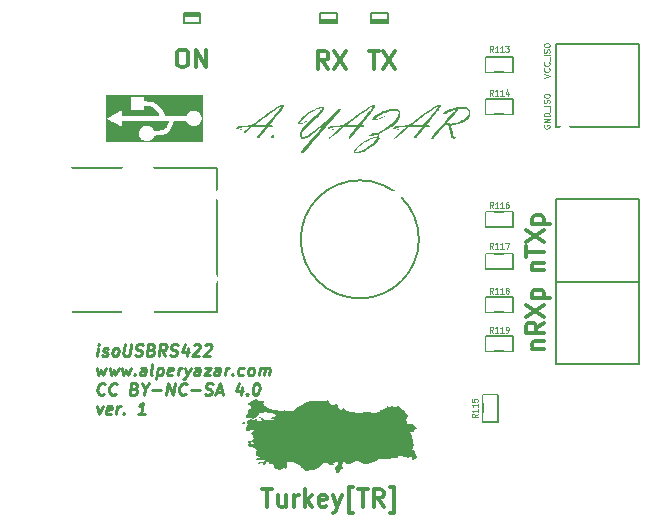
<source format=gto>
G04 (created by PCBNEW (2013-07-07 BZR 4022)-stable) date 18.12.2014 21:12:36*
%MOIN*%
G04 Gerber Fmt 3.4, Leading zero omitted, Abs format*
%FSLAX34Y34*%
G01*
G70*
G90*
G04 APERTURE LIST*
%ADD10C,0.00590551*%
%ADD11C,0.011811*%
%ADD12C,0.00787402*%
%ADD13C,0.00492126*%
%ADD14C,0.00984252*%
%ADD15C,0.005*%
%ADD16C,0.0001*%
%ADD17C,0.0045*%
%ADD18C,0.06*%
%ADD19C,0.1063*%
%ADD20R,0.025X0.045*%
%ADD21R,0.045X0.025*%
%ADD22C,0.09*%
%ADD23R,0.0590551X0.0590551*%
%ADD24C,0.110236*%
%ADD25C,0.035*%
%ADD26C,0.01*%
G04 APERTURE END LIST*
G54D10*
G54D11*
X6450Y1551D02*
X6787Y1551D01*
X6619Y960D02*
X6619Y1551D01*
X7237Y1354D02*
X7237Y960D01*
X6984Y1354D02*
X6984Y1045D01*
X7012Y989D01*
X7068Y960D01*
X7153Y960D01*
X7209Y989D01*
X7237Y1017D01*
X7518Y960D02*
X7518Y1354D01*
X7518Y1242D02*
X7547Y1298D01*
X7575Y1326D01*
X7631Y1354D01*
X7687Y1354D01*
X7884Y960D02*
X7884Y1551D01*
X7940Y1185D02*
X8109Y960D01*
X8109Y1354D02*
X7884Y1129D01*
X8587Y989D02*
X8531Y960D01*
X8418Y960D01*
X8362Y989D01*
X8334Y1045D01*
X8334Y1270D01*
X8362Y1326D01*
X8418Y1354D01*
X8531Y1354D01*
X8587Y1326D01*
X8615Y1270D01*
X8615Y1214D01*
X8334Y1157D01*
X8812Y1354D02*
X8953Y960D01*
X9093Y1354D02*
X8953Y960D01*
X8896Y820D01*
X8868Y792D01*
X8812Y764D01*
X9487Y764D02*
X9346Y764D01*
X9346Y1607D01*
X9487Y1607D01*
X9628Y1551D02*
X9965Y1551D01*
X9796Y960D02*
X9796Y1551D01*
X10499Y960D02*
X10302Y1242D01*
X10162Y960D02*
X10162Y1551D01*
X10387Y1551D01*
X10443Y1523D01*
X10471Y1495D01*
X10499Y1439D01*
X10499Y1354D01*
X10471Y1298D01*
X10443Y1270D01*
X10387Y1242D01*
X10162Y1242D01*
X10696Y764D02*
X10837Y764D01*
X10837Y1607D01*
X10696Y1607D01*
G54D12*
X11666Y9875D02*
G75*
G03X11666Y9875I-1968J0D01*
G74*
G01*
G54D13*
X15832Y15268D02*
X16029Y15334D01*
X15832Y15400D01*
X16010Y15578D02*
X16020Y15568D01*
X16029Y15540D01*
X16029Y15521D01*
X16020Y15493D01*
X16001Y15475D01*
X15982Y15465D01*
X15945Y15456D01*
X15917Y15456D01*
X15879Y15465D01*
X15860Y15475D01*
X15842Y15493D01*
X15832Y15521D01*
X15832Y15540D01*
X15842Y15568D01*
X15851Y15578D01*
X16010Y15775D02*
X16020Y15765D01*
X16029Y15737D01*
X16029Y15718D01*
X16020Y15690D01*
X16001Y15671D01*
X15982Y15662D01*
X15945Y15653D01*
X15917Y15653D01*
X15879Y15662D01*
X15860Y15671D01*
X15842Y15690D01*
X15832Y15718D01*
X15832Y15737D01*
X15842Y15765D01*
X15851Y15775D01*
X16048Y15812D02*
X16048Y15962D01*
X16029Y16009D02*
X15832Y16009D01*
X16020Y16093D02*
X16029Y16121D01*
X16029Y16168D01*
X16020Y16187D01*
X16010Y16196D01*
X15992Y16206D01*
X15973Y16206D01*
X15954Y16196D01*
X15945Y16187D01*
X15935Y16168D01*
X15926Y16131D01*
X15917Y16112D01*
X15907Y16103D01*
X15889Y16093D01*
X15870Y16093D01*
X15851Y16103D01*
X15842Y16112D01*
X15832Y16131D01*
X15832Y16178D01*
X15842Y16206D01*
X15832Y16328D02*
X15832Y16365D01*
X15842Y16384D01*
X15860Y16403D01*
X15898Y16412D01*
X15964Y16412D01*
X16001Y16403D01*
X16020Y16384D01*
X16029Y16365D01*
X16029Y16328D01*
X16020Y16309D01*
X16001Y16290D01*
X15964Y16281D01*
X15898Y16281D01*
X15860Y16290D01*
X15842Y16309D01*
X15832Y16328D01*
X15842Y13681D02*
X15832Y13662D01*
X15832Y13634D01*
X15842Y13606D01*
X15860Y13587D01*
X15879Y13578D01*
X15917Y13568D01*
X15945Y13568D01*
X15982Y13578D01*
X16001Y13587D01*
X16020Y13606D01*
X16029Y13634D01*
X16029Y13653D01*
X16020Y13681D01*
X16010Y13690D01*
X15945Y13690D01*
X15945Y13653D01*
X16029Y13775D02*
X15832Y13775D01*
X16029Y13887D01*
X15832Y13887D01*
X16029Y13981D02*
X15832Y13981D01*
X15832Y14028D01*
X15842Y14056D01*
X15860Y14075D01*
X15879Y14084D01*
X15917Y14093D01*
X15945Y14093D01*
X15982Y14084D01*
X16001Y14075D01*
X16020Y14056D01*
X16029Y14028D01*
X16029Y13981D01*
X16048Y14131D02*
X16048Y14281D01*
X16029Y14328D02*
X15832Y14328D01*
X16020Y14412D02*
X16029Y14440D01*
X16029Y14487D01*
X16020Y14506D01*
X16010Y14515D01*
X15992Y14524D01*
X15973Y14524D01*
X15954Y14515D01*
X15945Y14506D01*
X15935Y14487D01*
X15926Y14449D01*
X15917Y14431D01*
X15907Y14421D01*
X15889Y14412D01*
X15870Y14412D01*
X15851Y14421D01*
X15842Y14431D01*
X15832Y14449D01*
X15832Y14496D01*
X15842Y14524D01*
X15832Y14646D02*
X15832Y14684D01*
X15842Y14703D01*
X15860Y14721D01*
X15898Y14731D01*
X15964Y14731D01*
X16001Y14721D01*
X16020Y14703D01*
X16029Y14684D01*
X16029Y14646D01*
X16020Y14628D01*
X16001Y14609D01*
X15964Y14599D01*
X15898Y14599D01*
X15860Y14609D01*
X15842Y14628D01*
X15832Y14646D01*
G54D11*
X15445Y6229D02*
X15839Y6229D01*
X15501Y6229D02*
X15473Y6257D01*
X15445Y6314D01*
X15445Y6398D01*
X15473Y6454D01*
X15529Y6482D01*
X15839Y6482D01*
X15839Y7101D02*
X15557Y6904D01*
X15839Y6764D02*
X15248Y6764D01*
X15248Y6989D01*
X15276Y7045D01*
X15304Y7073D01*
X15360Y7101D01*
X15445Y7101D01*
X15501Y7073D01*
X15529Y7045D01*
X15557Y6989D01*
X15557Y6764D01*
X15248Y7298D02*
X15839Y7692D01*
X15248Y7692D02*
X15839Y7298D01*
X15445Y7917D02*
X16035Y7917D01*
X15473Y7917D02*
X15445Y7973D01*
X15445Y8085D01*
X15473Y8142D01*
X15501Y8170D01*
X15557Y8198D01*
X15726Y8198D01*
X15782Y8170D01*
X15810Y8142D01*
X15839Y8085D01*
X15839Y7973D01*
X15810Y7917D01*
X15445Y8850D02*
X15839Y8850D01*
X15501Y8850D02*
X15473Y8878D01*
X15445Y8934D01*
X15445Y9018D01*
X15473Y9075D01*
X15529Y9103D01*
X15839Y9103D01*
X15248Y9300D02*
X15248Y9637D01*
X15839Y9468D02*
X15248Y9468D01*
X15248Y9778D02*
X15839Y10171D01*
X15248Y10171D02*
X15839Y9778D01*
X15445Y10396D02*
X16035Y10396D01*
X15473Y10396D02*
X15445Y10453D01*
X15445Y10565D01*
X15473Y10621D01*
X15501Y10649D01*
X15557Y10678D01*
X15726Y10678D01*
X15782Y10649D01*
X15810Y10621D01*
X15839Y10565D01*
X15839Y10453D01*
X15810Y10396D01*
X10000Y16151D02*
X10337Y16151D01*
X10168Y15560D02*
X10168Y16151D01*
X10478Y16151D02*
X10871Y15560D01*
X10871Y16151D02*
X10478Y15560D01*
X8651Y15560D02*
X8454Y15842D01*
X8314Y15560D02*
X8314Y16151D01*
X8539Y16151D01*
X8595Y16123D01*
X8623Y16095D01*
X8651Y16039D01*
X8651Y15954D01*
X8623Y15898D01*
X8595Y15870D01*
X8539Y15842D01*
X8314Y15842D01*
X8848Y16151D02*
X9242Y15560D01*
X9242Y16151D02*
X8848Y15560D01*
X3734Y16201D02*
X3846Y16201D01*
X3903Y16173D01*
X3959Y16117D01*
X3987Y16004D01*
X3987Y15807D01*
X3959Y15695D01*
X3903Y15639D01*
X3846Y15610D01*
X3734Y15610D01*
X3678Y15639D01*
X3621Y15695D01*
X3593Y15807D01*
X3593Y16004D01*
X3621Y16117D01*
X3678Y16173D01*
X3734Y16201D01*
X4240Y15610D02*
X4240Y16201D01*
X4578Y15610D01*
X4578Y16201D01*
G54D14*
X948Y5990D02*
X981Y6253D01*
X997Y6384D02*
X976Y6365D01*
X992Y6346D01*
X1014Y6365D01*
X997Y6384D01*
X992Y6346D01*
X1119Y6009D02*
X1154Y5990D01*
X1229Y5990D01*
X1269Y6009D01*
X1292Y6046D01*
X1295Y6065D01*
X1281Y6103D01*
X1246Y6121D01*
X1189Y6121D01*
X1154Y6140D01*
X1140Y6178D01*
X1142Y6196D01*
X1166Y6234D01*
X1206Y6253D01*
X1262Y6253D01*
X1297Y6234D01*
X1510Y5990D02*
X1475Y6009D01*
X1459Y6028D01*
X1445Y6065D01*
X1459Y6178D01*
X1482Y6215D01*
X1503Y6234D01*
X1543Y6253D01*
X1599Y6253D01*
X1635Y6234D01*
X1651Y6215D01*
X1665Y6178D01*
X1651Y6065D01*
X1628Y6028D01*
X1606Y6009D01*
X1567Y5990D01*
X1510Y5990D01*
X1860Y6384D02*
X1820Y6065D01*
X1834Y6028D01*
X1850Y6009D01*
X1885Y5990D01*
X1960Y5990D01*
X2000Y6009D01*
X2021Y6028D01*
X2045Y6065D01*
X2085Y6384D01*
X2206Y6009D02*
X2260Y5990D01*
X2354Y5990D01*
X2394Y6009D01*
X2415Y6028D01*
X2438Y6065D01*
X2443Y6103D01*
X2429Y6140D01*
X2413Y6159D01*
X2377Y6178D01*
X2305Y6196D01*
X2270Y6215D01*
X2253Y6234D01*
X2239Y6271D01*
X2244Y6309D01*
X2267Y6346D01*
X2288Y6365D01*
X2328Y6384D01*
X2422Y6384D01*
X2476Y6365D01*
X2755Y6196D02*
X2809Y6178D01*
X2825Y6159D01*
X2839Y6121D01*
X2832Y6065D01*
X2809Y6028D01*
X2788Y6009D01*
X2748Y5990D01*
X2598Y5990D01*
X2647Y6384D01*
X2778Y6384D01*
X2813Y6365D01*
X2830Y6346D01*
X2844Y6309D01*
X2839Y6271D01*
X2816Y6234D01*
X2795Y6215D01*
X2755Y6196D01*
X2623Y6196D01*
X3216Y5990D02*
X3109Y6178D01*
X2991Y5990D02*
X3041Y6384D01*
X3191Y6384D01*
X3226Y6365D01*
X3242Y6346D01*
X3256Y6309D01*
X3249Y6253D01*
X3226Y6215D01*
X3205Y6196D01*
X3165Y6178D01*
X3015Y6178D01*
X3369Y6009D02*
X3423Y5990D01*
X3516Y5990D01*
X3556Y6009D01*
X3577Y6028D01*
X3601Y6065D01*
X3605Y6103D01*
X3591Y6140D01*
X3575Y6159D01*
X3540Y6178D01*
X3467Y6196D01*
X3432Y6215D01*
X3416Y6234D01*
X3402Y6271D01*
X3406Y6309D01*
X3430Y6346D01*
X3451Y6365D01*
X3491Y6384D01*
X3584Y6384D01*
X3638Y6365D01*
X3962Y6253D02*
X3929Y5990D01*
X3887Y6403D02*
X3758Y6121D01*
X4001Y6121D01*
X4161Y6346D02*
X4182Y6365D01*
X4222Y6384D01*
X4315Y6384D01*
X4351Y6365D01*
X4367Y6346D01*
X4381Y6309D01*
X4376Y6271D01*
X4351Y6215D01*
X4098Y5990D01*
X4341Y5990D01*
X4536Y6346D02*
X4557Y6365D01*
X4597Y6384D01*
X4690Y6384D01*
X4726Y6365D01*
X4742Y6346D01*
X4756Y6309D01*
X4751Y6271D01*
X4726Y6215D01*
X4472Y5990D01*
X4716Y5990D01*
X943Y5603D02*
X985Y5341D01*
X1084Y5528D01*
X1135Y5341D01*
X1243Y5603D01*
X1356Y5603D02*
X1398Y5341D01*
X1496Y5528D01*
X1548Y5341D01*
X1656Y5603D01*
X1768Y5603D02*
X1810Y5341D01*
X1909Y5528D01*
X1960Y5341D01*
X2068Y5603D01*
X2190Y5378D02*
X2206Y5359D01*
X2185Y5341D01*
X2169Y5359D01*
X2190Y5378D01*
X2185Y5341D01*
X2541Y5341D02*
X2567Y5547D01*
X2553Y5584D01*
X2518Y5603D01*
X2443Y5603D01*
X2403Y5584D01*
X2544Y5359D02*
X2504Y5341D01*
X2410Y5341D01*
X2375Y5359D01*
X2361Y5397D01*
X2366Y5434D01*
X2389Y5472D01*
X2429Y5491D01*
X2523Y5491D01*
X2563Y5509D01*
X2785Y5341D02*
X2750Y5359D01*
X2736Y5397D01*
X2778Y5734D01*
X2968Y5603D02*
X2919Y5209D01*
X2966Y5584D02*
X3005Y5603D01*
X3080Y5603D01*
X3116Y5584D01*
X3132Y5566D01*
X3146Y5528D01*
X3132Y5416D01*
X3109Y5378D01*
X3088Y5359D01*
X3048Y5341D01*
X2973Y5341D01*
X2938Y5359D01*
X3444Y5359D02*
X3404Y5341D01*
X3329Y5341D01*
X3294Y5359D01*
X3280Y5397D01*
X3298Y5547D01*
X3322Y5584D01*
X3362Y5603D01*
X3437Y5603D01*
X3472Y5584D01*
X3486Y5547D01*
X3481Y5509D01*
X3289Y5472D01*
X3629Y5341D02*
X3662Y5603D01*
X3652Y5528D02*
X3676Y5566D01*
X3697Y5584D01*
X3737Y5603D01*
X3774Y5603D01*
X3868Y5603D02*
X3929Y5341D01*
X4055Y5603D02*
X3929Y5341D01*
X3880Y5247D01*
X3858Y5228D01*
X3819Y5209D01*
X4341Y5341D02*
X4367Y5547D01*
X4353Y5584D01*
X4318Y5603D01*
X4243Y5603D01*
X4203Y5584D01*
X4344Y5359D02*
X4304Y5341D01*
X4210Y5341D01*
X4175Y5359D01*
X4161Y5397D01*
X4165Y5434D01*
X4189Y5472D01*
X4229Y5491D01*
X4323Y5491D01*
X4362Y5509D01*
X4524Y5603D02*
X4730Y5603D01*
X4491Y5341D01*
X4697Y5341D01*
X5016Y5341D02*
X5042Y5547D01*
X5028Y5584D01*
X4993Y5603D01*
X4918Y5603D01*
X4878Y5584D01*
X5019Y5359D02*
X4979Y5341D01*
X4885Y5341D01*
X4850Y5359D01*
X4836Y5397D01*
X4840Y5434D01*
X4864Y5472D01*
X4904Y5491D01*
X4997Y5491D01*
X5037Y5509D01*
X5204Y5341D02*
X5236Y5603D01*
X5227Y5528D02*
X5251Y5566D01*
X5272Y5584D01*
X5311Y5603D01*
X5349Y5603D01*
X5452Y5378D02*
X5468Y5359D01*
X5447Y5341D01*
X5431Y5359D01*
X5452Y5378D01*
X5447Y5341D01*
X5806Y5359D02*
X5766Y5341D01*
X5691Y5341D01*
X5656Y5359D01*
X5640Y5378D01*
X5625Y5416D01*
X5640Y5528D01*
X5663Y5566D01*
X5684Y5584D01*
X5724Y5603D01*
X5799Y5603D01*
X5834Y5584D01*
X6029Y5341D02*
X5993Y5359D01*
X5977Y5378D01*
X5963Y5416D01*
X5977Y5528D01*
X6000Y5566D01*
X6022Y5584D01*
X6061Y5603D01*
X6118Y5603D01*
X6153Y5584D01*
X6169Y5566D01*
X6183Y5528D01*
X6169Y5416D01*
X6146Y5378D01*
X6125Y5359D01*
X6085Y5341D01*
X6029Y5341D01*
X6329Y5341D02*
X6361Y5603D01*
X6357Y5566D02*
X6378Y5584D01*
X6418Y5603D01*
X6474Y5603D01*
X6509Y5584D01*
X6523Y5547D01*
X6497Y5341D01*
X6523Y5547D02*
X6546Y5584D01*
X6586Y5603D01*
X6643Y5603D01*
X6678Y5584D01*
X6692Y5547D01*
X6666Y5341D01*
X1178Y4728D02*
X1156Y4710D01*
X1098Y4691D01*
X1060Y4691D01*
X1007Y4710D01*
X974Y4747D01*
X960Y4785D01*
X950Y4860D01*
X957Y4916D01*
X985Y4991D01*
X1009Y5028D01*
X1051Y5066D01*
X1110Y5085D01*
X1147Y5085D01*
X1201Y5066D01*
X1217Y5047D01*
X1571Y4728D02*
X1550Y4710D01*
X1492Y4691D01*
X1454Y4691D01*
X1400Y4710D01*
X1367Y4747D01*
X1353Y4785D01*
X1344Y4860D01*
X1351Y4916D01*
X1379Y4991D01*
X1403Y5028D01*
X1445Y5066D01*
X1503Y5085D01*
X1541Y5085D01*
X1595Y5066D01*
X1611Y5047D01*
X2192Y4897D02*
X2246Y4878D01*
X2263Y4860D01*
X2277Y4822D01*
X2270Y4766D01*
X2246Y4728D01*
X2225Y4710D01*
X2185Y4691D01*
X2035Y4691D01*
X2085Y5085D01*
X2216Y5085D01*
X2251Y5066D01*
X2267Y5047D01*
X2281Y5010D01*
X2277Y4972D01*
X2253Y4935D01*
X2232Y4916D01*
X2192Y4897D01*
X2061Y4897D01*
X2527Y4878D02*
X2504Y4691D01*
X2422Y5085D02*
X2527Y4878D01*
X2684Y5085D01*
X2785Y4841D02*
X3085Y4841D01*
X3254Y4691D02*
X3303Y5085D01*
X3479Y4691D01*
X3528Y5085D01*
X3896Y4728D02*
X3875Y4710D01*
X3816Y4691D01*
X3779Y4691D01*
X3725Y4710D01*
X3692Y4747D01*
X3678Y4785D01*
X3669Y4860D01*
X3676Y4916D01*
X3704Y4991D01*
X3727Y5028D01*
X3769Y5066D01*
X3828Y5085D01*
X3866Y5085D01*
X3919Y5066D01*
X3936Y5047D01*
X4079Y4841D02*
X4379Y4841D01*
X4531Y4710D02*
X4585Y4691D01*
X4679Y4691D01*
X4719Y4710D01*
X4740Y4728D01*
X4763Y4766D01*
X4768Y4803D01*
X4754Y4841D01*
X4737Y4860D01*
X4702Y4878D01*
X4629Y4897D01*
X4594Y4916D01*
X4578Y4935D01*
X4564Y4972D01*
X4569Y5010D01*
X4592Y5047D01*
X4613Y5066D01*
X4653Y5085D01*
X4747Y5085D01*
X4801Y5066D01*
X4918Y4803D02*
X5105Y4803D01*
X4866Y4691D02*
X5047Y5085D01*
X5129Y4691D01*
X5761Y4953D02*
X5729Y4691D01*
X5686Y5103D02*
X5558Y4822D01*
X5801Y4822D01*
X5939Y4728D02*
X5956Y4710D01*
X5935Y4691D01*
X5918Y4710D01*
X5939Y4728D01*
X5935Y4691D01*
X6246Y5085D02*
X6284Y5085D01*
X6319Y5066D01*
X6336Y5047D01*
X6350Y5010D01*
X6359Y4935D01*
X6347Y4841D01*
X6319Y4766D01*
X6296Y4728D01*
X6275Y4710D01*
X6235Y4691D01*
X6197Y4691D01*
X6162Y4710D01*
X6146Y4728D01*
X6132Y4766D01*
X6122Y4841D01*
X6134Y4935D01*
X6162Y5010D01*
X6186Y5047D01*
X6207Y5066D01*
X6246Y5085D01*
X943Y4304D02*
X1004Y4041D01*
X1131Y4304D01*
X1400Y4060D02*
X1360Y4041D01*
X1285Y4041D01*
X1250Y4060D01*
X1236Y4098D01*
X1255Y4248D01*
X1278Y4285D01*
X1318Y4304D01*
X1393Y4304D01*
X1428Y4285D01*
X1442Y4248D01*
X1438Y4210D01*
X1246Y4173D01*
X1585Y4041D02*
X1618Y4304D01*
X1609Y4229D02*
X1632Y4266D01*
X1653Y4285D01*
X1693Y4304D01*
X1731Y4304D01*
X1834Y4079D02*
X1850Y4060D01*
X1829Y4041D01*
X1813Y4060D01*
X1834Y4079D01*
X1829Y4041D01*
X2523Y4041D02*
X2298Y4041D01*
X2410Y4041D02*
X2459Y4435D01*
X2415Y4379D01*
X2373Y4341D01*
X2333Y4323D01*
G54D15*
X-1750Y12239D02*
X-1750Y7439D01*
X-1750Y7439D02*
X4949Y7439D01*
X4949Y7439D02*
X4949Y12239D01*
X4949Y12239D02*
X-1750Y12239D01*
X13900Y6650D02*
X14800Y6650D01*
X14800Y6650D02*
X14800Y6150D01*
X14800Y6150D02*
X13900Y6150D01*
X13900Y6150D02*
X13900Y6650D01*
X13900Y15950D02*
X14800Y15950D01*
X14800Y15950D02*
X14800Y15450D01*
X14800Y15450D02*
X13900Y15450D01*
X13900Y15450D02*
X13900Y15950D01*
X13900Y14550D02*
X14800Y14550D01*
X14800Y14550D02*
X14800Y14050D01*
X14800Y14050D02*
X13900Y14050D01*
X13900Y14050D02*
X13900Y14550D01*
X14300Y4700D02*
X14300Y3800D01*
X14300Y3800D02*
X13800Y3800D01*
X13800Y3800D02*
X13800Y4700D01*
X13800Y4700D02*
X14300Y4700D01*
X13900Y7950D02*
X14800Y7950D01*
X14800Y7950D02*
X14800Y7450D01*
X14800Y7450D02*
X13900Y7450D01*
X13900Y7450D02*
X13900Y7950D01*
X13900Y9400D02*
X14800Y9400D01*
X14800Y9400D02*
X14800Y8900D01*
X14800Y8900D02*
X13900Y8900D01*
X13900Y8900D02*
X13900Y9400D01*
X13900Y10800D02*
X14800Y10800D01*
X14800Y10800D02*
X14800Y10300D01*
X14800Y10300D02*
X13900Y10300D01*
X13900Y10300D02*
X13900Y10800D01*
G54D10*
X18994Y16377D02*
X18994Y13622D01*
X18994Y13622D02*
X16238Y13622D01*
X16238Y13622D02*
X16238Y16377D01*
X16238Y16377D02*
X18994Y16377D01*
X18994Y11217D02*
X18994Y8461D01*
X18994Y8461D02*
X16238Y8461D01*
X16238Y8461D02*
X16238Y11217D01*
X16238Y11217D02*
X18994Y11217D01*
X18994Y8461D02*
X18994Y5705D01*
X18994Y5705D02*
X16238Y5705D01*
X16238Y5705D02*
X16238Y8461D01*
X16238Y8461D02*
X18994Y8461D01*
X4375Y17368D02*
X3824Y17368D01*
X4375Y17328D02*
X3824Y17328D01*
X4375Y17407D02*
X4375Y17092D01*
X4375Y17092D02*
X3824Y17092D01*
X3824Y17092D02*
X3824Y17407D01*
X3824Y17407D02*
X4375Y17407D01*
X8374Y17131D02*
X8925Y17131D01*
X8374Y17171D02*
X8925Y17171D01*
X8374Y17092D02*
X8374Y17407D01*
X8374Y17407D02*
X8925Y17407D01*
X8925Y17407D02*
X8925Y17092D01*
X8925Y17092D02*
X8374Y17092D01*
X10074Y17131D02*
X10625Y17131D01*
X10074Y17171D02*
X10625Y17171D01*
X10074Y17092D02*
X10074Y17407D01*
X10074Y17407D02*
X10625Y17407D01*
X10625Y17407D02*
X10625Y17092D01*
X10625Y17092D02*
X10074Y17092D01*
G54D16*
G36*
X9060Y14194D02*
X9054Y14186D01*
X9037Y14166D01*
X9011Y14134D01*
X8976Y14093D01*
X8934Y14043D01*
X8884Y13986D01*
X8829Y13923D01*
X8770Y13855D01*
X8707Y13782D01*
X8641Y13707D01*
X8574Y13631D01*
X8506Y13553D01*
X8439Y13477D01*
X8373Y13403D01*
X8310Y13331D01*
X8251Y13264D01*
X8196Y13202D01*
X8146Y13147D01*
X8103Y13100D01*
X8069Y13061D01*
X8042Y13033D01*
X8031Y13021D01*
X7992Y12981D01*
X7967Y12953D01*
X7954Y12936D01*
X7954Y12931D01*
X7966Y12937D01*
X7974Y12941D01*
X7989Y12950D01*
X7995Y12947D01*
X7996Y12944D01*
X7990Y12933D01*
X7973Y12913D01*
X7948Y12887D01*
X7919Y12856D01*
X7887Y12825D01*
X7855Y12796D01*
X7827Y12770D01*
X7804Y12752D01*
X7790Y12743D01*
X7788Y12742D01*
X7772Y12748D01*
X7756Y12760D01*
X7742Y12778D01*
X7740Y12796D01*
X7750Y12819D01*
X7759Y12833D01*
X7768Y12843D01*
X7787Y12866D01*
X7815Y12899D01*
X7851Y12941D01*
X7893Y12990D01*
X7941Y13046D01*
X7994Y13107D01*
X8049Y13171D01*
X8106Y13237D01*
X8164Y13303D01*
X8220Y13368D01*
X8275Y13431D01*
X8327Y13490D01*
X8374Y13544D01*
X8415Y13591D01*
X8450Y13631D01*
X8476Y13660D01*
X8486Y13671D01*
X8498Y13686D01*
X8500Y13690D01*
X8490Y13685D01*
X8469Y13668D01*
X8436Y13641D01*
X8390Y13602D01*
X8358Y13575D01*
X8251Y13486D01*
X8156Y13411D01*
X8070Y13349D01*
X7994Y13300D01*
X7928Y13265D01*
X7871Y13242D01*
X7823Y13232D01*
X7783Y13235D01*
X7751Y13250D01*
X7726Y13277D01*
X7715Y13299D01*
X7703Y13350D01*
X7707Y13408D01*
X7727Y13471D01*
X7764Y13541D01*
X7816Y13615D01*
X7885Y13695D01*
X7968Y13780D01*
X8005Y13814D01*
X8085Y13888D01*
X8154Y13950D01*
X8211Y14002D01*
X8259Y14046D01*
X8297Y14083D01*
X8329Y14112D01*
X8353Y14136D01*
X8373Y14155D01*
X8388Y14171D01*
X8401Y14185D01*
X8409Y14195D01*
X8432Y14225D01*
X8444Y14244D01*
X8446Y14254D01*
X8437Y14258D01*
X8431Y14259D01*
X8407Y14255D01*
X8371Y14243D01*
X8325Y14226D01*
X8273Y14204D01*
X8220Y14179D01*
X8166Y14152D01*
X8117Y14126D01*
X8085Y14106D01*
X8038Y14075D01*
X7987Y14038D01*
X7936Y13998D01*
X7885Y13956D01*
X7837Y13915D01*
X7794Y13875D01*
X7757Y13838D01*
X7729Y13806D01*
X7710Y13782D01*
X7704Y13766D01*
X7704Y13765D01*
X7714Y13751D01*
X7734Y13746D01*
X7766Y13752D01*
X7811Y13769D01*
X7852Y13788D01*
X7887Y13805D01*
X7916Y13818D01*
X7936Y13825D01*
X7942Y13826D01*
X7935Y13812D01*
X7914Y13794D01*
X7883Y13774D01*
X7846Y13755D01*
X7806Y13737D01*
X7768Y13722D01*
X7733Y13713D01*
X7726Y13712D01*
X7700Y13710D01*
X7682Y13715D01*
X7668Y13727D01*
X7654Y13747D01*
X7652Y13771D01*
X7653Y13776D01*
X7666Y13813D01*
X7693Y13855D01*
X7733Y13902D01*
X7784Y13952D01*
X7844Y14003D01*
X7912Y14055D01*
X7985Y14105D01*
X8062Y14153D01*
X8142Y14196D01*
X8155Y14203D01*
X8235Y14239D01*
X8304Y14266D01*
X8366Y14283D01*
X8418Y14291D01*
X8449Y14293D01*
X8469Y14292D01*
X8483Y14285D01*
X8491Y14278D01*
X8504Y14262D01*
X8510Y14245D01*
X8510Y14225D01*
X8502Y14201D01*
X8486Y14173D01*
X8461Y14139D01*
X8426Y14099D01*
X8381Y14051D01*
X8324Y13994D01*
X8256Y13927D01*
X8179Y13854D01*
X8102Y13780D01*
X8036Y13717D01*
X7981Y13664D01*
X7936Y13618D01*
X7898Y13579D01*
X7868Y13545D01*
X7843Y13516D01*
X7823Y13489D01*
X7817Y13481D01*
X7787Y13433D01*
X7767Y13387D01*
X7757Y13349D01*
X7757Y13339D01*
X7762Y13308D01*
X7779Y13290D01*
X7807Y13284D01*
X7845Y13289D01*
X7893Y13306D01*
X7950Y13334D01*
X8015Y13372D01*
X8088Y13420D01*
X8168Y13478D01*
X8254Y13545D01*
X8346Y13620D01*
X8443Y13705D01*
X8545Y13797D01*
X8651Y13896D01*
X8760Y14003D01*
X8773Y14016D01*
X8823Y14066D01*
X8870Y14112D01*
X8912Y14152D01*
X8947Y14185D01*
X8975Y14210D01*
X8992Y14224D01*
X8997Y14228D01*
X9017Y14227D01*
X9039Y14219D01*
X9055Y14205D01*
X9060Y14194D01*
X9060Y14194D01*
X9060Y14194D01*
G37*
G36*
X11053Y14054D02*
X11047Y13999D01*
X11030Y13940D01*
X11001Y13879D01*
X10962Y13816D01*
X10913Y13754D01*
X10853Y13693D01*
X10783Y13634D01*
X10744Y13606D01*
X10636Y13539D01*
X10513Y13475D01*
X10430Y13438D01*
X10392Y13422D01*
X10360Y13409D01*
X10339Y13399D01*
X10330Y13395D01*
X10332Y13386D01*
X10340Y13368D01*
X10342Y13364D01*
X10351Y13335D01*
X10353Y13306D01*
X10353Y13306D01*
X10354Y13281D01*
X10365Y13267D01*
X10365Y13266D01*
X10379Y13251D01*
X10379Y13234D01*
X10372Y13225D01*
X10358Y13226D01*
X10348Y13232D01*
X10335Y13238D01*
X10331Y13234D01*
X10325Y13222D01*
X10312Y13200D01*
X10296Y13171D01*
X10294Y13169D01*
X10269Y13133D01*
X10269Y13252D01*
X10232Y13255D01*
X10177Y13252D01*
X10112Y13235D01*
X10038Y13206D01*
X9957Y13165D01*
X9871Y13112D01*
X9779Y13048D01*
X9714Y12998D01*
X9653Y12946D01*
X9606Y12901D01*
X9573Y12861D01*
X9553Y12828D01*
X9547Y12803D01*
X9554Y12786D01*
X9574Y12779D01*
X9607Y12781D01*
X9653Y12793D01*
X9712Y12818D01*
X9738Y12830D01*
X9797Y12862D01*
X9864Y12901D01*
X9934Y12946D01*
X10002Y12992D01*
X10063Y13037D01*
X10098Y13064D01*
X10131Y13094D01*
X10167Y13132D01*
X10202Y13170D01*
X10212Y13182D01*
X10269Y13252D01*
X10269Y13133D01*
X10255Y13114D01*
X10201Y13056D01*
X10137Y12997D01*
X10064Y12940D01*
X9985Y12886D01*
X9904Y12839D01*
X9823Y12798D01*
X9756Y12772D01*
X9718Y12761D01*
X9675Y12753D01*
X9632Y12747D01*
X9594Y12744D01*
X9566Y12746D01*
X9556Y12748D01*
X9530Y12765D01*
X9515Y12787D01*
X9512Y12800D01*
X9519Y12832D01*
X9539Y12871D01*
X9571Y12916D01*
X9611Y12963D01*
X9658Y13010D01*
X9711Y13057D01*
X9764Y13096D01*
X9817Y13130D01*
X9877Y13165D01*
X9940Y13198D01*
X10001Y13228D01*
X10056Y13252D01*
X10095Y13265D01*
X10138Y13276D01*
X10187Y13285D01*
X10223Y13290D01*
X10256Y13294D01*
X10276Y13298D01*
X10286Y13304D01*
X10289Y13314D01*
X10291Y13324D01*
X10290Y13347D01*
X10283Y13360D01*
X10266Y13363D01*
X10238Y13358D01*
X10197Y13345D01*
X10195Y13344D01*
X10142Y13328D01*
X10096Y13319D01*
X10058Y13316D01*
X10030Y13319D01*
X10014Y13328D01*
X10011Y13343D01*
X10023Y13363D01*
X10026Y13367D01*
X10057Y13390D01*
X10099Y13407D01*
X10149Y13418D01*
X10201Y13421D01*
X10223Y13420D01*
X10255Y13418D01*
X10278Y13419D01*
X10299Y13425D01*
X10325Y13437D01*
X10343Y13447D01*
X10480Y13530D01*
X10614Y13626D01*
X10740Y13731D01*
X10833Y13821D01*
X10890Y13883D01*
X10933Y13938D01*
X10963Y13988D01*
X10982Y14034D01*
X10990Y14075D01*
X10992Y14104D01*
X10989Y14121D01*
X10979Y14136D01*
X10971Y14143D01*
X10941Y14160D01*
X10898Y14168D01*
X10844Y14168D01*
X10781Y14161D01*
X10711Y14147D01*
X10637Y14127D01*
X10560Y14102D01*
X10483Y14071D01*
X10408Y14036D01*
X10337Y13997D01*
X10272Y13954D01*
X10263Y13948D01*
X10228Y13920D01*
X10208Y13899D01*
X10203Y13885D01*
X10212Y13878D01*
X10234Y13879D01*
X10269Y13887D01*
X10315Y13903D01*
X10371Y13926D01*
X10405Y13940D01*
X10456Y13963D01*
X10492Y13978D01*
X10515Y13986D01*
X10528Y13988D01*
X10531Y13983D01*
X10527Y13974D01*
X10513Y13963D01*
X10486Y13948D01*
X10448Y13931D01*
X10404Y13912D01*
X10355Y13894D01*
X10306Y13876D01*
X10259Y13861D01*
X10218Y13851D01*
X10187Y13845D01*
X10158Y13843D01*
X10139Y13848D01*
X10130Y13855D01*
X10117Y13874D01*
X10117Y13895D01*
X10130Y13923D01*
X10138Y13935D01*
X10174Y13978D01*
X10225Y14021D01*
X10288Y14062D01*
X10361Y14101D01*
X10441Y14137D01*
X10524Y14168D01*
X10609Y14195D01*
X10693Y14214D01*
X10771Y14227D01*
X10843Y14230D01*
X10900Y14226D01*
X10956Y14209D01*
X10999Y14183D01*
X11030Y14147D01*
X11047Y14104D01*
X11053Y14054D01*
X11053Y14054D01*
X11053Y14054D01*
G37*
G36*
X13385Y14089D02*
X13382Y14029D01*
X13363Y13972D01*
X13328Y13918D01*
X13276Y13863D01*
X13254Y13844D01*
X13171Y13786D01*
X13076Y13740D01*
X12968Y13706D01*
X12847Y13683D01*
X12825Y13681D01*
X12782Y13675D01*
X12755Y13669D01*
X12743Y13663D01*
X12743Y13660D01*
X12746Y13649D01*
X12753Y13623D01*
X12763Y13585D01*
X12775Y13539D01*
X12788Y13487D01*
X12789Y13482D01*
X12806Y13419D01*
X12821Y13368D01*
X12834Y13329D01*
X12844Y13306D01*
X12848Y13299D01*
X12868Y13287D01*
X12890Y13283D01*
X12909Y13281D01*
X12917Y13275D01*
X12909Y13262D01*
X12889Y13249D01*
X12862Y13238D01*
X12839Y13233D01*
X12813Y13232D01*
X12791Y13241D01*
X12777Y13252D01*
X12762Y13267D01*
X12751Y13287D01*
X12742Y13315D01*
X12735Y13344D01*
X12716Y13431D01*
X12700Y13502D01*
X12685Y13560D01*
X12672Y13606D01*
X12659Y13642D01*
X12647Y13670D01*
X12634Y13691D01*
X12621Y13707D01*
X12609Y13722D01*
X12610Y13731D01*
X12616Y13736D01*
X12632Y13740D01*
X12658Y13740D01*
X12669Y13739D01*
X12744Y13734D01*
X12816Y13739D01*
X12890Y13756D01*
X12911Y13762D01*
X13019Y13801D01*
X13112Y13844D01*
X13189Y13892D01*
X13253Y13944D01*
X13273Y13964D01*
X13315Y14018D01*
X13341Y14066D01*
X13350Y14110D01*
X13343Y14148D01*
X13318Y14181D01*
X13286Y14203D01*
X13270Y14210D01*
X13249Y14215D01*
X13218Y14217D01*
X13176Y14219D01*
X13148Y14219D01*
X13084Y14218D01*
X13036Y14216D01*
X13003Y14211D01*
X12982Y14204D01*
X12972Y14195D01*
X12970Y14187D01*
X12964Y14175D01*
X12947Y14152D01*
X12921Y14121D01*
X12888Y14084D01*
X12866Y14061D01*
X12778Y13968D01*
X12687Y13869D01*
X12596Y13767D01*
X12507Y13664D01*
X12421Y13564D01*
X12342Y13468D01*
X12271Y13380D01*
X12225Y13320D01*
X12188Y13273D01*
X12160Y13239D01*
X12138Y13217D01*
X12121Y13207D01*
X12107Y13206D01*
X12095Y13213D01*
X12094Y13214D01*
X12085Y13228D01*
X12086Y13246D01*
X12096Y13270D01*
X12117Y13306D01*
X12117Y13306D01*
X12142Y13341D01*
X12177Y13387D01*
X12221Y13443D01*
X12273Y13506D01*
X12330Y13574D01*
X12393Y13647D01*
X12457Y13722D01*
X12524Y13797D01*
X12589Y13871D01*
X12653Y13941D01*
X12714Y14006D01*
X12769Y14065D01*
X12818Y14114D01*
X12833Y14129D01*
X12861Y14156D01*
X12878Y14174D01*
X12884Y14183D01*
X12881Y14185D01*
X12870Y14184D01*
X12864Y14183D01*
X12821Y14172D01*
X12767Y14154D01*
X12707Y14132D01*
X12645Y14106D01*
X12599Y14086D01*
X12560Y14067D01*
X12533Y14056D01*
X12515Y14051D01*
X12504Y14050D01*
X12497Y14055D01*
X12493Y14058D01*
X12483Y14078D01*
X12489Y14101D01*
X12513Y14125D01*
X12549Y14149D01*
X12586Y14167D01*
X12636Y14187D01*
X12694Y14208D01*
X12757Y14229D01*
X12820Y14248D01*
X12879Y14263D01*
X12922Y14273D01*
X12972Y14280D01*
X13029Y14285D01*
X13089Y14288D01*
X13147Y14289D01*
X13199Y14286D01*
X13239Y14281D01*
X13253Y14278D01*
X13300Y14255D01*
X13338Y14218D01*
X13366Y14172D01*
X13373Y14153D01*
X13385Y14089D01*
X13385Y14089D01*
X13385Y14089D01*
G37*
G36*
X6849Y13315D02*
X6841Y13289D01*
X6824Y13263D01*
X6800Y13241D01*
X6797Y13239D01*
X6766Y13224D01*
X6744Y13223D01*
X6729Y13232D01*
X6719Y13254D01*
X6724Y13281D01*
X6745Y13312D01*
X6754Y13320D01*
X6784Y13344D01*
X6812Y13353D01*
X6835Y13347D01*
X6846Y13335D01*
X6849Y13315D01*
X6849Y13315D01*
X6849Y13315D01*
G37*
G36*
X7162Y14334D02*
X7161Y14318D01*
X7155Y14296D01*
X7142Y14270D01*
X7122Y14237D01*
X7093Y14196D01*
X7063Y14155D01*
X7063Y14295D01*
X7062Y14299D01*
X7060Y14302D01*
X7051Y14302D01*
X7031Y14293D01*
X7001Y14276D01*
X6959Y14249D01*
X6904Y14212D01*
X6836Y14166D01*
X6818Y14153D01*
X6780Y14126D01*
X6733Y14093D01*
X6680Y14055D01*
X6623Y14013D01*
X6562Y13968D01*
X6500Y13923D01*
X6438Y13878D01*
X6379Y13835D01*
X6324Y13794D01*
X6275Y13758D01*
X6234Y13727D01*
X6202Y13703D01*
X6181Y13686D01*
X6174Y13680D01*
X6177Y13677D01*
X6197Y13675D01*
X6233Y13675D01*
X6280Y13677D01*
X6334Y13679D01*
X6393Y13681D01*
X6447Y13682D01*
X6484Y13682D01*
X6573Y13682D01*
X6688Y13821D01*
X6764Y13913D01*
X6828Y13991D01*
X6883Y14058D01*
X6929Y14114D01*
X6967Y14160D01*
X6997Y14198D01*
X7020Y14228D01*
X7038Y14251D01*
X7050Y14268D01*
X7058Y14281D01*
X7062Y14289D01*
X7063Y14295D01*
X7063Y14155D01*
X7056Y14146D01*
X7010Y14086D01*
X6953Y14015D01*
X6886Y13931D01*
X6884Y13929D01*
X6839Y13873D01*
X6798Y13822D01*
X6761Y13776D01*
X6732Y13739D01*
X6709Y13711D01*
X6696Y13693D01*
X6692Y13688D01*
X6700Y13685D01*
X6721Y13682D01*
X6741Y13680D01*
X6779Y13675D01*
X6800Y13665D01*
X6806Y13651D01*
X6804Y13643D01*
X6798Y13636D01*
X6784Y13632D01*
X6758Y13630D01*
X6724Y13629D01*
X6648Y13629D01*
X6525Y13476D01*
X6470Y13407D01*
X6424Y13352D01*
X6387Y13308D01*
X6358Y13275D01*
X6334Y13253D01*
X6317Y13240D01*
X6303Y13235D01*
X6293Y13238D01*
X6284Y13247D01*
X6277Y13262D01*
X6275Y13266D01*
X6271Y13278D01*
X6271Y13290D01*
X6276Y13303D01*
X6288Y13322D01*
X6309Y13350D01*
X6327Y13374D01*
X6360Y13417D01*
X6399Y13466D01*
X6438Y13514D01*
X6460Y13540D01*
X6530Y13625D01*
X6419Y13627D01*
X6361Y13628D01*
X6297Y13628D01*
X6235Y13626D01*
X6200Y13624D01*
X6093Y13619D01*
X5918Y13466D01*
X5843Y13402D01*
X5781Y13349D01*
X5731Y13307D01*
X5691Y13274D01*
X5661Y13251D01*
X5641Y13237D01*
X5630Y13230D01*
X5627Y13230D01*
X5617Y13237D01*
X5613Y13244D01*
X5615Y13256D01*
X5627Y13274D01*
X5649Y13300D01*
X5684Y13334D01*
X5731Y13377D01*
X5790Y13429D01*
X5846Y13476D01*
X5889Y13513D01*
X5928Y13547D01*
X5961Y13575D01*
X5985Y13596D01*
X5999Y13608D01*
X6001Y13609D01*
X6005Y13615D01*
X6001Y13618D01*
X5986Y13619D01*
X5958Y13618D01*
X5925Y13616D01*
X5846Y13611D01*
X5779Y13604D01*
X5726Y13597D01*
X5687Y13591D01*
X5663Y13584D01*
X5653Y13577D01*
X5659Y13571D01*
X5681Y13566D01*
X5720Y13561D01*
X5776Y13558D01*
X5777Y13558D01*
X5826Y13555D01*
X5858Y13552D01*
X5874Y13548D01*
X5873Y13544D01*
X5858Y13541D01*
X5828Y13539D01*
X5784Y13537D01*
X5730Y13536D01*
X5670Y13537D01*
X5626Y13540D01*
X5596Y13545D01*
X5577Y13553D01*
X5568Y13564D01*
X5566Y13575D01*
X5574Y13595D01*
X5594Y13615D01*
X5622Y13632D01*
X5638Y13638D01*
X5655Y13641D01*
X5687Y13645D01*
X5731Y13649D01*
X5784Y13654D01*
X5842Y13658D01*
X5871Y13660D01*
X6074Y13673D01*
X6115Y13706D01*
X6193Y13767D01*
X6278Y13831D01*
X6366Y13897D01*
X6457Y13962D01*
X6547Y14027D01*
X6637Y14090D01*
X6723Y14148D01*
X6803Y14202D01*
X6876Y14250D01*
X6940Y14289D01*
X6993Y14320D01*
X7017Y14333D01*
X7063Y14355D01*
X7097Y14368D01*
X7122Y14371D01*
X7140Y14366D01*
X7148Y14360D01*
X7157Y14348D01*
X7162Y14334D01*
X7162Y14334D01*
X7162Y14334D01*
G37*
G36*
X10221Y14334D02*
X10220Y14318D01*
X10214Y14296D01*
X10201Y14270D01*
X10181Y14237D01*
X10152Y14196D01*
X10122Y14155D01*
X10122Y14295D01*
X10121Y14299D01*
X10119Y14302D01*
X10110Y14302D01*
X10091Y14293D01*
X10060Y14276D01*
X10018Y14249D01*
X9963Y14212D01*
X9895Y14166D01*
X9877Y14153D01*
X9839Y14126D01*
X9793Y14093D01*
X9739Y14055D01*
X9682Y14013D01*
X9621Y13968D01*
X9559Y13923D01*
X9497Y13878D01*
X9438Y13835D01*
X9383Y13794D01*
X9334Y13758D01*
X9293Y13727D01*
X9261Y13703D01*
X9240Y13686D01*
X9233Y13680D01*
X9236Y13677D01*
X9256Y13675D01*
X9293Y13675D01*
X9339Y13677D01*
X9394Y13679D01*
X9452Y13681D01*
X9507Y13682D01*
X9543Y13682D01*
X9632Y13682D01*
X9747Y13821D01*
X9823Y13913D01*
X9887Y13991D01*
X9942Y14058D01*
X9988Y14114D01*
X10026Y14160D01*
X10056Y14198D01*
X10080Y14228D01*
X10097Y14251D01*
X10109Y14268D01*
X10117Y14281D01*
X10121Y14289D01*
X10122Y14295D01*
X10122Y14155D01*
X10115Y14146D01*
X10069Y14086D01*
X10013Y14015D01*
X9945Y13931D01*
X9943Y13929D01*
X9898Y13873D01*
X9857Y13822D01*
X9821Y13776D01*
X9791Y13739D01*
X9768Y13711D01*
X9755Y13693D01*
X9751Y13688D01*
X9759Y13685D01*
X9780Y13682D01*
X9800Y13680D01*
X9838Y13675D01*
X9859Y13665D01*
X9866Y13651D01*
X9864Y13643D01*
X9857Y13636D01*
X9843Y13632D01*
X9817Y13630D01*
X9783Y13629D01*
X9708Y13629D01*
X9585Y13476D01*
X9529Y13407D01*
X9483Y13352D01*
X9446Y13308D01*
X9417Y13275D01*
X9394Y13253D01*
X9376Y13240D01*
X9362Y13235D01*
X9352Y13238D01*
X9344Y13247D01*
X9336Y13262D01*
X9334Y13266D01*
X9330Y13278D01*
X9330Y13290D01*
X9335Y13303D01*
X9347Y13322D01*
X9368Y13350D01*
X9386Y13374D01*
X9419Y13417D01*
X9458Y13466D01*
X9497Y13514D01*
X9519Y13540D01*
X9590Y13625D01*
X9478Y13627D01*
X9420Y13628D01*
X9356Y13628D01*
X9295Y13626D01*
X9259Y13624D01*
X9152Y13619D01*
X8977Y13466D01*
X8902Y13402D01*
X8840Y13349D01*
X8790Y13307D01*
X8750Y13274D01*
X8721Y13251D01*
X8700Y13237D01*
X8689Y13230D01*
X8687Y13230D01*
X8676Y13237D01*
X8672Y13244D01*
X8674Y13256D01*
X8686Y13274D01*
X8709Y13300D01*
X8743Y13334D01*
X8790Y13377D01*
X8849Y13429D01*
X8905Y13476D01*
X8948Y13513D01*
X8987Y13547D01*
X9020Y13575D01*
X9044Y13596D01*
X9058Y13608D01*
X9060Y13609D01*
X9064Y13615D01*
X9060Y13618D01*
X9045Y13619D01*
X9017Y13618D01*
X8984Y13616D01*
X8905Y13611D01*
X8838Y13604D01*
X8785Y13597D01*
X8746Y13591D01*
X8722Y13584D01*
X8712Y13577D01*
X8718Y13571D01*
X8741Y13566D01*
X8779Y13561D01*
X8836Y13558D01*
X8837Y13558D01*
X8886Y13555D01*
X8917Y13552D01*
X8933Y13548D01*
X8932Y13544D01*
X8917Y13541D01*
X8887Y13539D01*
X8843Y13537D01*
X8789Y13536D01*
X8729Y13537D01*
X8685Y13540D01*
X8655Y13545D01*
X8636Y13553D01*
X8627Y13564D01*
X8625Y13575D01*
X8633Y13595D01*
X8653Y13615D01*
X8681Y13632D01*
X8697Y13638D01*
X8714Y13641D01*
X8747Y13645D01*
X8791Y13649D01*
X8843Y13654D01*
X8901Y13658D01*
X8930Y13660D01*
X9133Y13673D01*
X9174Y13706D01*
X9252Y13767D01*
X9337Y13831D01*
X9425Y13897D01*
X9516Y13962D01*
X9606Y14027D01*
X9696Y14090D01*
X9782Y14148D01*
X9862Y14202D01*
X9935Y14250D01*
X9999Y14289D01*
X10053Y14320D01*
X10076Y14333D01*
X10122Y14355D01*
X10156Y14368D01*
X10181Y14371D01*
X10199Y14366D01*
X10207Y14360D01*
X10217Y14348D01*
X10221Y14334D01*
X10221Y14334D01*
X10221Y14334D01*
G37*
G36*
X12393Y14334D02*
X12393Y14318D01*
X12387Y14296D01*
X12373Y14270D01*
X12353Y14237D01*
X12325Y14196D01*
X12295Y14155D01*
X12295Y14295D01*
X12294Y14299D01*
X12292Y14302D01*
X12283Y14302D01*
X12263Y14293D01*
X12233Y14276D01*
X12190Y14249D01*
X12135Y14212D01*
X12068Y14166D01*
X12050Y14153D01*
X12011Y14126D01*
X11965Y14093D01*
X11912Y14055D01*
X11854Y14013D01*
X11793Y13968D01*
X11731Y13923D01*
X11670Y13878D01*
X11611Y13835D01*
X11556Y13794D01*
X11507Y13758D01*
X11465Y13727D01*
X11433Y13703D01*
X11412Y13686D01*
X11405Y13680D01*
X11408Y13677D01*
X11428Y13675D01*
X11465Y13675D01*
X11512Y13677D01*
X11566Y13679D01*
X11624Y13681D01*
X11679Y13682D01*
X11716Y13682D01*
X11805Y13682D01*
X11920Y13821D01*
X11995Y13913D01*
X12060Y13991D01*
X12115Y14058D01*
X12161Y14114D01*
X12198Y14160D01*
X12229Y14198D01*
X12252Y14228D01*
X12269Y14251D01*
X12282Y14268D01*
X12289Y14281D01*
X12294Y14289D01*
X12295Y14295D01*
X12295Y14155D01*
X12288Y14146D01*
X12242Y14086D01*
X12185Y14015D01*
X12118Y13931D01*
X12116Y13929D01*
X12071Y13873D01*
X12029Y13822D01*
X11993Y13776D01*
X11963Y13739D01*
X11941Y13711D01*
X11927Y13693D01*
X11924Y13688D01*
X11932Y13685D01*
X11952Y13682D01*
X11973Y13680D01*
X12011Y13675D01*
X12032Y13665D01*
X12038Y13651D01*
X12036Y13643D01*
X12030Y13636D01*
X12015Y13632D01*
X11990Y13630D01*
X11955Y13629D01*
X11880Y13629D01*
X11757Y13476D01*
X11702Y13407D01*
X11656Y13352D01*
X11619Y13308D01*
X11589Y13275D01*
X11566Y13253D01*
X11548Y13240D01*
X11535Y13235D01*
X11524Y13238D01*
X11516Y13247D01*
X11508Y13262D01*
X11507Y13266D01*
X11503Y13278D01*
X11502Y13290D01*
X11508Y13303D01*
X11520Y13322D01*
X11540Y13350D01*
X11558Y13374D01*
X11592Y13417D01*
X11631Y13466D01*
X11669Y13514D01*
X11692Y13540D01*
X11762Y13625D01*
X11650Y13627D01*
X11593Y13628D01*
X11529Y13628D01*
X11467Y13626D01*
X11432Y13624D01*
X11325Y13619D01*
X11149Y13466D01*
X11075Y13402D01*
X11013Y13349D01*
X10962Y13307D01*
X10922Y13274D01*
X10893Y13251D01*
X10873Y13237D01*
X10861Y13230D01*
X10859Y13230D01*
X10849Y13237D01*
X10845Y13244D01*
X10847Y13256D01*
X10859Y13274D01*
X10881Y13300D01*
X10915Y13334D01*
X10962Y13377D01*
X11022Y13429D01*
X11077Y13476D01*
X11120Y13513D01*
X11159Y13547D01*
X11192Y13575D01*
X11217Y13596D01*
X11231Y13608D01*
X11232Y13609D01*
X11236Y13615D01*
X11232Y13618D01*
X11218Y13619D01*
X11190Y13618D01*
X11157Y13616D01*
X11077Y13611D01*
X11011Y13604D01*
X10958Y13597D01*
X10919Y13591D01*
X10894Y13584D01*
X10885Y13577D01*
X10891Y13571D01*
X10913Y13566D01*
X10952Y13561D01*
X11008Y13558D01*
X11009Y13558D01*
X11058Y13555D01*
X11090Y13552D01*
X11105Y13548D01*
X11105Y13544D01*
X11089Y13541D01*
X11059Y13539D01*
X11015Y13537D01*
X10962Y13536D01*
X10902Y13537D01*
X10858Y13540D01*
X10827Y13545D01*
X10809Y13553D01*
X10799Y13564D01*
X10798Y13575D01*
X10805Y13595D01*
X10826Y13615D01*
X10853Y13632D01*
X10869Y13638D01*
X10887Y13641D01*
X10919Y13645D01*
X10963Y13649D01*
X11016Y13654D01*
X11074Y13658D01*
X11103Y13660D01*
X11306Y13673D01*
X11347Y13706D01*
X11425Y13767D01*
X11509Y13831D01*
X11598Y13897D01*
X11688Y13962D01*
X11779Y14027D01*
X11868Y14090D01*
X11954Y14148D01*
X12035Y14202D01*
X12108Y14250D01*
X12172Y14289D01*
X12225Y14320D01*
X12248Y14333D01*
X12294Y14355D01*
X12329Y14368D01*
X12354Y14371D01*
X12371Y14366D01*
X12380Y14360D01*
X12389Y14348D01*
X12393Y14334D01*
X12393Y14334D01*
X12393Y14334D01*
G37*
G36*
X4470Y14690D02*
X4470Y14614D01*
X2513Y14614D01*
X2291Y14614D01*
X2070Y14614D01*
X2071Y14394D01*
X2073Y14174D01*
X2293Y14173D01*
X2512Y14172D01*
X2514Y14248D01*
X2515Y14325D01*
X2558Y14323D01*
X2634Y14317D01*
X2705Y14304D01*
X2769Y14284D01*
X2826Y14258D01*
X2877Y14226D01*
X2919Y14188D01*
X2937Y14167D01*
X2954Y14146D01*
X2968Y14125D01*
X2982Y14103D01*
X2998Y14076D01*
X3016Y14044D01*
X3020Y14034D01*
X3047Y13985D01*
X2417Y13985D01*
X1788Y13985D01*
X1788Y14094D01*
X1788Y14132D01*
X1787Y14163D01*
X1786Y14185D01*
X1785Y14198D01*
X1783Y14202D01*
X1778Y14199D01*
X1765Y14192D01*
X1745Y14181D01*
X1718Y14166D01*
X1686Y14147D01*
X1650Y14126D01*
X1609Y14102D01*
X1565Y14077D01*
X1524Y14053D01*
X1463Y14017D01*
X1411Y13986D01*
X1367Y13960D01*
X1332Y13938D01*
X1306Y13922D01*
X1288Y13910D01*
X1278Y13902D01*
X1276Y13899D01*
X1281Y13896D01*
X1295Y13889D01*
X1316Y13877D01*
X1342Y13861D01*
X1375Y13843D01*
X1412Y13822D01*
X1453Y13798D01*
X1498Y13773D01*
X1534Y13752D01*
X1786Y13609D01*
X1787Y13717D01*
X1788Y13825D01*
X2563Y13825D01*
X2679Y13824D01*
X2784Y13824D01*
X2880Y13824D01*
X2966Y13824D01*
X3043Y13824D01*
X3110Y13823D01*
X3169Y13823D01*
X3218Y13823D01*
X3259Y13822D01*
X3291Y13822D01*
X3315Y13821D01*
X3330Y13820D01*
X3337Y13820D01*
X3338Y13819D01*
X3336Y13812D01*
X3330Y13797D01*
X3322Y13775D01*
X3310Y13747D01*
X3296Y13715D01*
X3281Y13679D01*
X3279Y13675D01*
X3259Y13634D01*
X3234Y13600D01*
X3204Y13571D01*
X3168Y13547D01*
X3127Y13527D01*
X3078Y13512D01*
X3021Y13501D01*
X2955Y13493D01*
X2944Y13492D01*
X2910Y13490D01*
X2885Y13488D01*
X2868Y13488D01*
X2855Y13489D01*
X2846Y13493D01*
X2840Y13499D01*
X2834Y13509D01*
X2827Y13522D01*
X2824Y13528D01*
X2797Y13569D01*
X2764Y13604D01*
X2725Y13632D01*
X2682Y13652D01*
X2636Y13664D01*
X2588Y13667D01*
X2540Y13662D01*
X2511Y13654D01*
X2484Y13643D01*
X2460Y13630D01*
X2437Y13612D01*
X2416Y13593D01*
X2383Y13556D01*
X2359Y13515D01*
X2344Y13470D01*
X2337Y13424D01*
X2338Y13377D01*
X2348Y13331D01*
X2367Y13287D01*
X2394Y13247D01*
X2413Y13225D01*
X2451Y13194D01*
X2493Y13171D01*
X2540Y13156D01*
X2588Y13151D01*
X2636Y13153D01*
X2684Y13166D01*
X2695Y13170D01*
X2735Y13191D01*
X2771Y13220D01*
X2803Y13255D01*
X2827Y13293D01*
X2834Y13310D01*
X2844Y13334D01*
X2936Y13340D01*
X3012Y13346D01*
X3080Y13355D01*
X3139Y13367D01*
X3190Y13382D01*
X3235Y13401D01*
X3275Y13423D01*
X3309Y13449D01*
X3323Y13462D01*
X3341Y13481D01*
X3356Y13500D01*
X3371Y13522D01*
X3386Y13547D01*
X3401Y13577D01*
X3418Y13614D01*
X3437Y13659D01*
X3440Y13666D01*
X3454Y13698D01*
X3467Y13728D01*
X3478Y13755D01*
X3488Y13776D01*
X3495Y13791D01*
X3496Y13793D01*
X3509Y13819D01*
X3714Y13819D01*
X3920Y13819D01*
X3933Y13793D01*
X3955Y13757D01*
X3986Y13723D01*
X4022Y13695D01*
X4062Y13673D01*
X4086Y13663D01*
X4115Y13657D01*
X4149Y13654D01*
X4184Y13654D01*
X4217Y13657D01*
X4229Y13659D01*
X4273Y13674D01*
X4314Y13698D01*
X4350Y13729D01*
X4380Y13766D01*
X4403Y13807D01*
X4418Y13853D01*
X4424Y13901D01*
X4425Y13910D01*
X4424Y13938D01*
X4421Y13963D01*
X4417Y13981D01*
X4399Y14026D01*
X4373Y14068D01*
X4341Y14104D01*
X4303Y14134D01*
X4262Y14155D01*
X4229Y14166D01*
X4206Y14169D01*
X4178Y14171D01*
X4148Y14171D01*
X4121Y14169D01*
X4103Y14166D01*
X4059Y14151D01*
X4018Y14127D01*
X3982Y14096D01*
X3950Y14059D01*
X3926Y14017D01*
X3914Y13988D01*
X3914Y13986D01*
X3912Y13985D01*
X3908Y13983D01*
X3903Y13982D01*
X3894Y13982D01*
X3881Y13981D01*
X3864Y13980D01*
X3842Y13980D01*
X3813Y13980D01*
X3778Y13980D01*
X3736Y13980D01*
X3686Y13981D01*
X3626Y13982D01*
X3582Y13982D01*
X3515Y13983D01*
X3458Y13983D01*
X3409Y13984D01*
X3368Y13984D01*
X3334Y13985D01*
X3307Y13986D01*
X3285Y13987D01*
X3268Y13988D01*
X3256Y13989D01*
X3247Y13990D01*
X3241Y13991D01*
X3238Y13993D01*
X3224Y14002D01*
X3210Y14017D01*
X3194Y14038D01*
X3176Y14067D01*
X3155Y14105D01*
X3152Y14111D01*
X3122Y14165D01*
X3095Y14210D01*
X3069Y14248D01*
X3043Y14281D01*
X3016Y14309D01*
X3010Y14315D01*
X2963Y14356D01*
X2911Y14390D01*
X2855Y14418D01*
X2793Y14440D01*
X2724Y14457D01*
X2648Y14469D01*
X2572Y14476D01*
X2513Y14480D01*
X2513Y14547D01*
X2513Y14614D01*
X4470Y14614D01*
X4470Y13902D01*
X4470Y13115D01*
X2852Y13115D01*
X1235Y13115D01*
X1235Y13902D01*
X1235Y14690D01*
X2852Y14690D01*
X4470Y14690D01*
X4470Y14690D01*
X4470Y14690D01*
G37*
G36*
X11617Y2600D02*
X11607Y2585D01*
X11590Y2584D01*
X11564Y2582D01*
X11529Y2566D01*
X11494Y2541D01*
X11471Y2517D01*
X11459Y2507D01*
X11445Y2517D01*
X11437Y2527D01*
X11425Y2555D01*
X11430Y2583D01*
X11431Y2586D01*
X11439Y2611D01*
X11431Y2626D01*
X11428Y2628D01*
X11397Y2639D01*
X11368Y2637D01*
X11350Y2622D01*
X11349Y2621D01*
X11331Y2607D01*
X11297Y2603D01*
X11252Y2608D01*
X11202Y2623D01*
X11176Y2635D01*
X11136Y2654D01*
X11109Y2661D01*
X11085Y2658D01*
X11074Y2654D01*
X11039Y2647D01*
X11024Y2652D01*
X11001Y2664D01*
X10977Y2651D01*
X10959Y2621D01*
X10942Y2593D01*
X10927Y2578D01*
X10925Y2578D01*
X10903Y2574D01*
X10883Y2570D01*
X10862Y2568D01*
X10856Y2584D01*
X10855Y2589D01*
X10846Y2615D01*
X10824Y2624D01*
X10797Y2613D01*
X10796Y2612D01*
X10768Y2595D01*
X10736Y2579D01*
X10696Y2568D01*
X10643Y2559D01*
X10585Y2552D01*
X10530Y2550D01*
X10487Y2552D01*
X10475Y2555D01*
X10440Y2562D01*
X10406Y2563D01*
X10369Y2555D01*
X10323Y2538D01*
X10262Y2509D01*
X10251Y2503D01*
X10137Y2452D01*
X10035Y2418D01*
X9941Y2401D01*
X9849Y2399D01*
X9841Y2400D01*
X9790Y2404D01*
X9757Y2411D01*
X9736Y2422D01*
X9722Y2437D01*
X9689Y2464D01*
X9646Y2481D01*
X9605Y2484D01*
X9584Y2478D01*
X9508Y2441D01*
X9434Y2415D01*
X9366Y2398D01*
X9309Y2392D01*
X9266Y2398D01*
X9249Y2407D01*
X9224Y2423D01*
X9191Y2437D01*
X9159Y2446D01*
X9138Y2447D01*
X9136Y2447D01*
X9128Y2432D01*
X9117Y2402D01*
X9113Y2385D01*
X9107Y2342D01*
X9111Y2303D01*
X9122Y2276D01*
X9139Y2266D01*
X9146Y2257D01*
X9145Y2250D01*
X9131Y2239D01*
X9101Y2230D01*
X9098Y2229D01*
X9068Y2221D01*
X9055Y2205D01*
X9051Y2184D01*
X9039Y2148D01*
X9018Y2132D01*
X8994Y2113D01*
X8984Y2095D01*
X8980Y2081D01*
X8970Y2080D01*
X8949Y2093D01*
X8942Y2098D01*
X8918Y2119D01*
X8909Y2137D01*
X8909Y2139D01*
X8907Y2159D01*
X8895Y2191D01*
X8886Y2209D01*
X8871Y2245D01*
X8864Y2274D01*
X8866Y2283D01*
X8880Y2301D01*
X8908Y2326D01*
X8930Y2343D01*
X8970Y2378D01*
X8986Y2412D01*
X8978Y2444D01*
X8960Y2467D01*
X8934Y2493D01*
X8900Y2461D01*
X8871Y2439D01*
X8844Y2428D01*
X8841Y2428D01*
X8823Y2423D01*
X8820Y2404D01*
X8821Y2397D01*
X8822Y2374D01*
X8809Y2364D01*
X8777Y2364D01*
X8773Y2365D01*
X8750Y2360D01*
X8744Y2354D01*
X8728Y2350D01*
X8702Y2364D01*
X8672Y2382D01*
X8630Y2406D01*
X8602Y2420D01*
X8564Y2438D01*
X8540Y2446D01*
X8524Y2444D01*
X8506Y2433D01*
X8503Y2431D01*
X8470Y2408D01*
X8445Y2391D01*
X8413Y2363D01*
X8377Y2323D01*
X8348Y2279D01*
X8343Y2272D01*
X8320Y2253D01*
X8302Y2252D01*
X8271Y2244D01*
X8256Y2230D01*
X8238Y2212D01*
X8226Y2210D01*
X8207Y2210D01*
X8193Y2205D01*
X8170Y2198D01*
X8130Y2191D01*
X8081Y2185D01*
X8074Y2185D01*
X8027Y2179D01*
X7991Y2173D01*
X7972Y2167D01*
X7970Y2165D01*
X7949Y2153D01*
X7917Y2156D01*
X7877Y2173D01*
X7836Y2202D01*
X7797Y2239D01*
X7775Y2269D01*
X7754Y2299D01*
X7732Y2321D01*
X7706Y2342D01*
X7669Y2363D01*
X7616Y2390D01*
X7595Y2400D01*
X7531Y2429D01*
X7483Y2449D01*
X7443Y2461D01*
X7406Y2466D01*
X7384Y2467D01*
X7333Y2467D01*
X7301Y2462D01*
X7285Y2448D01*
X7280Y2425D01*
X7280Y2415D01*
X7276Y2384D01*
X7268Y2340D01*
X7257Y2293D01*
X7245Y2252D01*
X7235Y2227D01*
X7235Y2227D01*
X7224Y2222D01*
X7215Y2233D01*
X7203Y2248D01*
X7185Y2252D01*
X7156Y2245D01*
X7110Y2227D01*
X7104Y2224D01*
X7065Y2209D01*
X7043Y2203D01*
X7043Y3993D01*
X7032Y3996D01*
X7005Y3998D01*
X6999Y3998D01*
X6971Y3995D01*
X6960Y3989D01*
X6960Y3987D01*
X6974Y3983D01*
X7000Y3982D01*
X7026Y3985D01*
X7042Y3991D01*
X7043Y3993D01*
X7043Y2203D01*
X7034Y2201D01*
X7021Y2200D01*
X7007Y2196D01*
X7005Y2189D01*
X7000Y2182D01*
X6989Y2193D01*
X6966Y2209D01*
X6943Y2218D01*
X6943Y3985D01*
X6937Y3991D01*
X6915Y4006D01*
X6893Y4018D01*
X6855Y4043D01*
X6821Y4066D01*
X6811Y4076D01*
X6787Y4090D01*
X6775Y4086D01*
X6759Y4077D01*
X6731Y4073D01*
X6700Y4074D01*
X6676Y4079D01*
X6669Y4087D01*
X6664Y4096D01*
X6662Y4095D01*
X6647Y4094D01*
X6618Y4102D01*
X6610Y4106D01*
X6560Y4117D01*
X6516Y4110D01*
X6487Y4088D01*
X6471Y4074D01*
X6451Y4079D01*
X6446Y4082D01*
X6412Y4092D01*
X6376Y4088D01*
X6348Y4071D01*
X6337Y4056D01*
X6315Y4008D01*
X6275Y3968D01*
X6216Y3931D01*
X6190Y3919D01*
X6147Y3897D01*
X6112Y3879D01*
X6094Y3867D01*
X6092Y3865D01*
X6097Y3858D01*
X6118Y3855D01*
X6149Y3857D01*
X6180Y3863D01*
X6205Y3871D01*
X6238Y3884D01*
X6263Y3878D01*
X6285Y3855D01*
X6306Y3834D01*
X6334Y3825D01*
X6369Y3823D01*
X6405Y3825D01*
X6430Y3829D01*
X6435Y3831D01*
X6433Y3843D01*
X6419Y3862D01*
X6401Y3884D01*
X6395Y3898D01*
X6405Y3907D01*
X6431Y3910D01*
X6462Y3908D01*
X6488Y3901D01*
X6495Y3898D01*
X6506Y3886D01*
X6498Y3873D01*
X6491Y3868D01*
X6472Y3851D01*
X6475Y3843D01*
X6500Y3847D01*
X6510Y3849D01*
X6543Y3855D01*
X6590Y3858D01*
X6644Y3859D01*
X6697Y3857D01*
X6741Y3854D01*
X6768Y3848D01*
X6770Y3847D01*
X6798Y3846D01*
X6814Y3855D01*
X6828Y3867D01*
X6823Y3872D01*
X6799Y3873D01*
X6764Y3878D01*
X6739Y3889D01*
X6727Y3901D01*
X6730Y3913D01*
X6752Y3931D01*
X6753Y3931D01*
X6790Y3951D01*
X6833Y3963D01*
X6838Y3964D01*
X6876Y3970D01*
X6908Y3976D01*
X6912Y3977D01*
X6935Y3983D01*
X6943Y3985D01*
X6943Y2218D01*
X6932Y2222D01*
X6927Y2223D01*
X6897Y2231D01*
X6882Y2241D01*
X6881Y2243D01*
X6870Y2255D01*
X6848Y2267D01*
X6826Y2280D01*
X6820Y2299D01*
X6823Y2315D01*
X6826Y2341D01*
X6818Y2347D01*
X6810Y2345D01*
X6796Y2343D01*
X6795Y2358D01*
X6798Y2370D01*
X6801Y2398D01*
X6787Y2411D01*
X6786Y2412D01*
X6765Y2411D01*
X6757Y2404D01*
X6738Y2395D01*
X6711Y2399D01*
X6685Y2413D01*
X6669Y2434D01*
X6655Y2457D01*
X6637Y2470D01*
X6623Y2470D01*
X6619Y2458D01*
X6615Y2446D01*
X6599Y2450D01*
X6592Y2454D01*
X6573Y2462D01*
X6570Y2453D01*
X6573Y2442D01*
X6572Y2421D01*
X6555Y2400D01*
X6534Y2384D01*
X6498Y2361D01*
X6478Y2354D01*
X6470Y2361D01*
X6470Y2366D01*
X6480Y2376D01*
X6491Y2378D01*
X6499Y2383D01*
X6485Y2397D01*
X6473Y2405D01*
X6444Y2421D01*
X6423Y2424D01*
X6396Y2414D01*
X6389Y2410D01*
X6344Y2397D01*
X6314Y2398D01*
X6292Y2407D01*
X6293Y2418D01*
X6316Y2428D01*
X6358Y2438D01*
X6391Y2443D01*
X6439Y2450D01*
X6472Y2461D01*
X6496Y2477D01*
X6509Y2490D01*
X6543Y2528D01*
X6422Y2524D01*
X6368Y2521D01*
X6322Y2517D01*
X6292Y2512D01*
X6284Y2509D01*
X6264Y2509D01*
X6257Y2517D01*
X6247Y2537D01*
X6252Y2553D01*
X6270Y2571D01*
X6293Y2586D01*
X6311Y2580D01*
X6312Y2580D01*
X6331Y2573D01*
X6343Y2580D01*
X6354Y2598D01*
X6357Y2616D01*
X6352Y2624D01*
X6346Y2622D01*
X6331Y2625D01*
X6320Y2634D01*
X6296Y2648D01*
X6272Y2652D01*
X6253Y2654D01*
X6244Y2662D01*
X6241Y2684D01*
X6242Y2718D01*
X6246Y2769D01*
X6251Y2819D01*
X6253Y2836D01*
X6257Y2868D01*
X6252Y2887D01*
X6233Y2901D01*
X6205Y2914D01*
X6167Y2934D01*
X6135Y2956D01*
X6127Y2964D01*
X6103Y2990D01*
X6083Y2964D01*
X6068Y2946D01*
X6055Y2946D01*
X6033Y2961D01*
X6004Y2981D01*
X5981Y2992D01*
X5967Y3007D01*
X5959Y3030D01*
X5960Y3052D01*
X5970Y3063D01*
X5972Y3063D01*
X5983Y3054D01*
X5984Y3051D01*
X5993Y3045D01*
X6003Y3047D01*
X6019Y3063D01*
X6021Y3072D01*
X6015Y3084D01*
X6010Y3083D01*
X5997Y3086D01*
X5988Y3108D01*
X5984Y3144D01*
X5984Y3146D01*
X5990Y3169D01*
X6009Y3176D01*
X6032Y3165D01*
X6056Y3139D01*
X6072Y3108D01*
X6078Y3079D01*
X6077Y3074D01*
X6077Y3052D01*
X6095Y3045D01*
X6133Y3052D01*
X6136Y3053D01*
X6179Y3066D01*
X6137Y3112D01*
X6113Y3142D01*
X6098Y3169D01*
X6096Y3178D01*
X6106Y3196D01*
X6131Y3219D01*
X6149Y3231D01*
X6179Y3250D01*
X6190Y3259D01*
X6183Y3262D01*
X6167Y3263D01*
X6137Y3270D01*
X6123Y3290D01*
X6130Y3314D01*
X6131Y3317D01*
X6136Y3333D01*
X6123Y3353D01*
X6108Y3369D01*
X6071Y3405D01*
X6123Y3458D01*
X6149Y3487D01*
X6166Y3509D01*
X6168Y3518D01*
X6154Y3519D01*
X6121Y3515D01*
X6090Y3510D01*
X6090Y3842D01*
X6059Y3817D01*
X6035Y3799D01*
X6022Y3790D01*
X6022Y3789D01*
X6026Y3786D01*
X6029Y3786D01*
X6046Y3795D01*
X6066Y3814D01*
X6090Y3842D01*
X6090Y3510D01*
X6077Y3507D01*
X6063Y3504D01*
X5997Y3491D01*
X5952Y3484D01*
X5924Y3483D01*
X5910Y3488D01*
X5906Y3501D01*
X5907Y3506D01*
X5911Y3534D01*
X5915Y3573D01*
X5917Y3587D01*
X5924Y3642D01*
X5931Y3677D01*
X5940Y3694D01*
X5951Y3699D01*
X5973Y3708D01*
X5985Y3720D01*
X5995Y3734D01*
X5988Y3732D01*
X5975Y3726D01*
X5944Y3712D01*
X5930Y3716D01*
X5935Y3737D01*
X5940Y3750D01*
X5953Y3781D01*
X5949Y3802D01*
X5947Y3804D01*
X5945Y3823D01*
X5963Y3845D01*
X5997Y3867D01*
X6041Y3886D01*
X6048Y3888D01*
X6083Y3902D01*
X6109Y3918D01*
X6121Y3934D01*
X6120Y3941D01*
X6106Y3941D01*
X6074Y3939D01*
X6029Y3934D01*
X6016Y3933D01*
X5963Y3928D01*
X5930Y3928D01*
X5909Y3935D01*
X5897Y3951D01*
X5891Y3970D01*
X5889Y3992D01*
X5902Y3998D01*
X5921Y4008D01*
X5933Y4027D01*
X5949Y4053D01*
X5964Y4064D01*
X5975Y4074D01*
X5978Y4098D01*
X5976Y4132D01*
X5969Y4192D01*
X6020Y4215D01*
X6051Y4232D01*
X6069Y4248D01*
X6071Y4253D01*
X6062Y4296D01*
X6039Y4338D01*
X6009Y4366D01*
X6007Y4366D01*
X5983Y4382D01*
X5979Y4397D01*
X5984Y4409D01*
X6004Y4429D01*
X6021Y4434D01*
X6042Y4444D01*
X6048Y4462D01*
X6056Y4480D01*
X6075Y4492D01*
X6112Y4501D01*
X6115Y4502D01*
X6152Y4511D01*
X6180Y4523D01*
X6187Y4530D01*
X6205Y4541D01*
X6237Y4546D01*
X6242Y4546D01*
X6282Y4540D01*
X6311Y4517D01*
X6315Y4513D01*
X6332Y4493D01*
X6349Y4486D01*
X6373Y4489D01*
X6398Y4495D01*
X6440Y4504D01*
X6469Y4502D01*
X6481Y4497D01*
X6503Y4480D01*
X6503Y4462D01*
X6493Y4450D01*
X6486Y4427D01*
X6496Y4394D01*
X6520Y4356D01*
X6549Y4326D01*
X6590Y4295D01*
X6645Y4263D01*
X6707Y4234D01*
X6767Y4211D01*
X6819Y4197D01*
X6846Y4194D01*
X6892Y4191D01*
X6943Y4182D01*
X6961Y4178D01*
X7006Y4168D01*
X7058Y4162D01*
X7107Y4160D01*
X7148Y4163D01*
X7172Y4170D01*
X7174Y4171D01*
X7194Y4175D01*
X7231Y4169D01*
X7255Y4163D01*
X7329Y4146D01*
X7397Y4138D01*
X7454Y4139D01*
X7494Y4150D01*
X7498Y4153D01*
X7520Y4172D01*
X7529Y4189D01*
X7540Y4212D01*
X7573Y4241D01*
X7623Y4272D01*
X7644Y4283D01*
X7691Y4311D01*
X7739Y4345D01*
X7757Y4359D01*
X7801Y4396D01*
X7837Y4418D01*
X7874Y4432D01*
X7909Y4440D01*
X7952Y4451D01*
X8000Y4468D01*
X8015Y4475D01*
X8043Y4486D01*
X8073Y4494D01*
X8110Y4499D01*
X8157Y4501D01*
X8218Y4500D01*
X8296Y4496D01*
X8383Y4492D01*
X8453Y4487D01*
X8503Y4486D01*
X8537Y4486D01*
X8558Y4489D01*
X8572Y4495D01*
X8578Y4501D01*
X8596Y4524D01*
X8604Y4536D01*
X8614Y4543D01*
X8631Y4533D01*
X8648Y4514D01*
X8660Y4490D01*
X8663Y4477D01*
X8671Y4451D01*
X8691Y4419D01*
X8704Y4404D01*
X8743Y4372D01*
X8784Y4360D01*
X8834Y4366D01*
X8875Y4379D01*
X8907Y4391D01*
X8927Y4393D01*
X8943Y4384D01*
X8949Y4378D01*
X8969Y4347D01*
X8974Y4317D01*
X8986Y4272D01*
X9012Y4238D01*
X9044Y4208D01*
X9069Y4199D01*
X9092Y4209D01*
X9105Y4222D01*
X9131Y4241D01*
X9152Y4247D01*
X9184Y4239D01*
X9219Y4220D01*
X9245Y4196D01*
X9252Y4182D01*
X9268Y4164D01*
X9287Y4160D01*
X9317Y4153D01*
X9353Y4138D01*
X9359Y4134D01*
X9402Y4108D01*
X9424Y4137D01*
X9447Y4166D01*
X9475Y4132D01*
X9509Y4105D01*
X9560Y4087D01*
X9572Y4085D01*
X9634Y4074D01*
X9680Y4072D01*
X9720Y4080D01*
X9755Y4093D01*
X9798Y4110D01*
X9841Y4119D01*
X9897Y4124D01*
X9902Y4124D01*
X9934Y4129D01*
X9955Y4138D01*
X9977Y4140D01*
X10012Y4123D01*
X10050Y4106D01*
X10098Y4090D01*
X10124Y4083D01*
X10166Y4076D01*
X10195Y4077D01*
X10220Y4086D01*
X10238Y4096D01*
X10272Y4113D01*
X10300Y4122D01*
X10306Y4123D01*
X10329Y4131D01*
X10355Y4152D01*
X10357Y4154D01*
X10382Y4173D01*
X10402Y4179D01*
X10404Y4179D01*
X10421Y4179D01*
X10451Y4191D01*
X10497Y4214D01*
X10546Y4242D01*
X10573Y4264D01*
X10589Y4283D01*
X10617Y4306D01*
X10651Y4305D01*
X10677Y4291D01*
X10698Y4279D01*
X10712Y4284D01*
X10718Y4291D01*
X10745Y4305D01*
X10784Y4308D01*
X10829Y4301D01*
X10858Y4289D01*
X10885Y4277D01*
X10898Y4277D01*
X10907Y4289D01*
X10937Y4328D01*
X10967Y4344D01*
X10998Y4336D01*
X11014Y4320D01*
X11036Y4295D01*
X11066Y4262D01*
X11083Y4245D01*
X11109Y4217D01*
X11126Y4194D01*
X11129Y4186D01*
X11138Y4178D01*
X11147Y4180D01*
X11171Y4180D01*
X11195Y4169D01*
X11209Y4153D01*
X11209Y4142D01*
X11213Y4124D01*
X11231Y4098D01*
X11240Y4088D01*
X11275Y4040D01*
X11289Y3990D01*
X11283Y3941D01*
X11258Y3904D01*
X11247Y3891D01*
X11245Y3874D01*
X11250Y3848D01*
X11258Y3821D01*
X11269Y3784D01*
X11273Y3756D01*
X11272Y3748D01*
X11278Y3737D01*
X11301Y3722D01*
X11313Y3717D01*
X11352Y3705D01*
X11387Y3706D01*
X11406Y3711D01*
X11438Y3717D01*
X11465Y3713D01*
X11494Y3696D01*
X11528Y3664D01*
X11562Y3625D01*
X11589Y3592D01*
X11607Y3565D01*
X11615Y3547D01*
X11612Y3543D01*
X11597Y3553D01*
X11583Y3568D01*
X11558Y3589D01*
X11540Y3590D01*
X11525Y3568D01*
X11511Y3524D01*
X11509Y3515D01*
X11497Y3456D01*
X11438Y3452D01*
X11379Y3448D01*
X11411Y3400D01*
X11430Y3367D01*
X11435Y3344D01*
X11429Y3327D01*
X11423Y3291D01*
X11437Y3256D01*
X11450Y3244D01*
X11463Y3222D01*
X11464Y3207D01*
X11462Y3155D01*
X11465Y3109D01*
X11472Y3077D01*
X11482Y3064D01*
X11484Y3063D01*
X11503Y3058D01*
X11508Y3041D01*
X11499Y3008D01*
X11479Y2965D01*
X11460Y2926D01*
X11446Y2897D01*
X11441Y2883D01*
X11451Y2874D01*
X11476Y2859D01*
X11489Y2853D01*
X11525Y2830D01*
X11545Y2805D01*
X11552Y2768D01*
X11553Y2740D01*
X11557Y2703D01*
X11575Y2679D01*
X11584Y2672D01*
X11605Y2651D01*
X11616Y2624D01*
X11617Y2600D01*
X11617Y2600D01*
X11617Y2600D01*
G37*
G36*
X5890Y3755D02*
X5880Y3742D01*
X5865Y3736D01*
X5828Y3725D01*
X5800Y3728D01*
X5785Y3736D01*
X5772Y3747D01*
X5779Y3761D01*
X5785Y3766D01*
X5811Y3783D01*
X5836Y3793D01*
X5864Y3794D01*
X5882Y3778D01*
X5884Y3775D01*
X5890Y3755D01*
X5890Y3755D01*
X5890Y3755D01*
G37*
G36*
X6414Y3948D02*
X6411Y3937D01*
X6402Y3935D01*
X6385Y3929D01*
X6383Y3923D01*
X6374Y3911D01*
X6357Y3916D01*
X6353Y3919D01*
X6346Y3938D01*
X6345Y3944D01*
X6355Y3956D01*
X6378Y3960D01*
X6402Y3957D01*
X6414Y3948D01*
X6414Y3948D01*
X6414Y3948D01*
G37*
G54D17*
X14148Y6769D02*
X14088Y6864D01*
X14045Y6769D02*
X14045Y6969D01*
X14114Y6969D01*
X14131Y6959D01*
X14140Y6950D01*
X14148Y6930D01*
X14148Y6902D01*
X14140Y6883D01*
X14131Y6873D01*
X14114Y6864D01*
X14045Y6864D01*
X14320Y6769D02*
X14217Y6769D01*
X14268Y6769D02*
X14268Y6969D01*
X14251Y6940D01*
X14234Y6921D01*
X14217Y6911D01*
X14491Y6769D02*
X14388Y6769D01*
X14440Y6769D02*
X14440Y6969D01*
X14422Y6940D01*
X14405Y6921D01*
X14388Y6911D01*
X14577Y6769D02*
X14611Y6769D01*
X14628Y6778D01*
X14637Y6788D01*
X14654Y6816D01*
X14662Y6854D01*
X14662Y6930D01*
X14654Y6950D01*
X14645Y6959D01*
X14628Y6969D01*
X14594Y6969D01*
X14577Y6959D01*
X14568Y6950D01*
X14560Y6930D01*
X14560Y6883D01*
X14568Y6864D01*
X14577Y6854D01*
X14594Y6845D01*
X14628Y6845D01*
X14645Y6854D01*
X14654Y6864D01*
X14662Y6883D01*
X14148Y16119D02*
X14088Y16214D01*
X14045Y16119D02*
X14045Y16319D01*
X14114Y16319D01*
X14131Y16309D01*
X14140Y16300D01*
X14148Y16280D01*
X14148Y16252D01*
X14140Y16233D01*
X14131Y16223D01*
X14114Y16214D01*
X14045Y16214D01*
X14320Y16119D02*
X14217Y16119D01*
X14268Y16119D02*
X14268Y16319D01*
X14251Y16290D01*
X14234Y16271D01*
X14217Y16261D01*
X14491Y16119D02*
X14388Y16119D01*
X14440Y16119D02*
X14440Y16319D01*
X14422Y16290D01*
X14405Y16271D01*
X14388Y16261D01*
X14551Y16319D02*
X14662Y16319D01*
X14602Y16242D01*
X14628Y16242D01*
X14645Y16233D01*
X14654Y16223D01*
X14662Y16204D01*
X14662Y16157D01*
X14654Y16138D01*
X14645Y16128D01*
X14628Y16119D01*
X14577Y16119D01*
X14560Y16128D01*
X14551Y16138D01*
X14148Y14669D02*
X14088Y14764D01*
X14045Y14669D02*
X14045Y14869D01*
X14114Y14869D01*
X14131Y14859D01*
X14140Y14850D01*
X14148Y14830D01*
X14148Y14802D01*
X14140Y14783D01*
X14131Y14773D01*
X14114Y14764D01*
X14045Y14764D01*
X14320Y14669D02*
X14217Y14669D01*
X14268Y14669D02*
X14268Y14869D01*
X14251Y14840D01*
X14234Y14821D01*
X14217Y14811D01*
X14491Y14669D02*
X14388Y14669D01*
X14440Y14669D02*
X14440Y14869D01*
X14422Y14840D01*
X14405Y14821D01*
X14388Y14811D01*
X14645Y14802D02*
X14645Y14669D01*
X14602Y14878D02*
X14560Y14735D01*
X14671Y14735D01*
X13630Y4048D02*
X13535Y3988D01*
X13630Y3945D02*
X13430Y3945D01*
X13430Y4014D01*
X13440Y4031D01*
X13450Y4040D01*
X13469Y4048D01*
X13497Y4048D01*
X13516Y4040D01*
X13526Y4031D01*
X13535Y4014D01*
X13535Y3945D01*
X13630Y4220D02*
X13630Y4117D01*
X13630Y4168D02*
X13430Y4168D01*
X13459Y4151D01*
X13478Y4134D01*
X13488Y4117D01*
X13630Y4391D02*
X13630Y4288D01*
X13630Y4340D02*
X13430Y4340D01*
X13459Y4322D01*
X13478Y4305D01*
X13488Y4288D01*
X13430Y4554D02*
X13430Y4468D01*
X13526Y4460D01*
X13516Y4468D01*
X13507Y4485D01*
X13507Y4528D01*
X13516Y4545D01*
X13526Y4554D01*
X13545Y4562D01*
X13592Y4562D01*
X13611Y4554D01*
X13621Y4545D01*
X13630Y4528D01*
X13630Y4485D01*
X13621Y4468D01*
X13611Y4460D01*
X14148Y8069D02*
X14088Y8164D01*
X14045Y8069D02*
X14045Y8269D01*
X14114Y8269D01*
X14131Y8259D01*
X14140Y8250D01*
X14148Y8230D01*
X14148Y8202D01*
X14140Y8183D01*
X14131Y8173D01*
X14114Y8164D01*
X14045Y8164D01*
X14320Y8069D02*
X14217Y8069D01*
X14268Y8069D02*
X14268Y8269D01*
X14251Y8240D01*
X14234Y8221D01*
X14217Y8211D01*
X14491Y8069D02*
X14388Y8069D01*
X14440Y8069D02*
X14440Y8269D01*
X14422Y8240D01*
X14405Y8221D01*
X14388Y8211D01*
X14594Y8183D02*
X14577Y8192D01*
X14568Y8202D01*
X14560Y8221D01*
X14560Y8230D01*
X14568Y8250D01*
X14577Y8259D01*
X14594Y8269D01*
X14628Y8269D01*
X14645Y8259D01*
X14654Y8250D01*
X14662Y8230D01*
X14662Y8221D01*
X14654Y8202D01*
X14645Y8192D01*
X14628Y8183D01*
X14594Y8183D01*
X14577Y8173D01*
X14568Y8164D01*
X14560Y8145D01*
X14560Y8107D01*
X14568Y8088D01*
X14577Y8078D01*
X14594Y8069D01*
X14628Y8069D01*
X14645Y8078D01*
X14654Y8088D01*
X14662Y8107D01*
X14662Y8145D01*
X14654Y8164D01*
X14645Y8173D01*
X14628Y8183D01*
X14148Y9569D02*
X14088Y9664D01*
X14045Y9569D02*
X14045Y9769D01*
X14114Y9769D01*
X14131Y9759D01*
X14140Y9750D01*
X14148Y9730D01*
X14148Y9702D01*
X14140Y9683D01*
X14131Y9673D01*
X14114Y9664D01*
X14045Y9664D01*
X14320Y9569D02*
X14217Y9569D01*
X14268Y9569D02*
X14268Y9769D01*
X14251Y9740D01*
X14234Y9721D01*
X14217Y9711D01*
X14491Y9569D02*
X14388Y9569D01*
X14440Y9569D02*
X14440Y9769D01*
X14422Y9740D01*
X14405Y9721D01*
X14388Y9711D01*
X14551Y9769D02*
X14671Y9769D01*
X14594Y9569D01*
X14148Y10919D02*
X14088Y11014D01*
X14045Y10919D02*
X14045Y11119D01*
X14114Y11119D01*
X14131Y11109D01*
X14140Y11100D01*
X14148Y11080D01*
X14148Y11052D01*
X14140Y11033D01*
X14131Y11023D01*
X14114Y11014D01*
X14045Y11014D01*
X14320Y10919D02*
X14217Y10919D01*
X14268Y10919D02*
X14268Y11119D01*
X14251Y11090D01*
X14234Y11071D01*
X14217Y11061D01*
X14491Y10919D02*
X14388Y10919D01*
X14440Y10919D02*
X14440Y11119D01*
X14422Y11090D01*
X14405Y11071D01*
X14388Y11061D01*
X14645Y11119D02*
X14611Y11119D01*
X14594Y11109D01*
X14585Y11100D01*
X14568Y11071D01*
X14560Y11033D01*
X14560Y10957D01*
X14568Y10938D01*
X14577Y10928D01*
X14594Y10919D01*
X14628Y10919D01*
X14645Y10928D01*
X14654Y10938D01*
X14662Y10957D01*
X14662Y11004D01*
X14654Y11023D01*
X14645Y11033D01*
X14628Y11042D01*
X14594Y11042D01*
X14577Y11033D01*
X14568Y11023D01*
X14560Y11004D01*
%LPC*%
G54D18*
X4149Y9339D03*
X4149Y10339D03*
X3362Y10339D03*
X3362Y9339D03*
G54D19*
X2299Y7477D03*
X2299Y12201D03*
G54D20*
X14050Y6400D03*
X14650Y6400D03*
X14050Y15700D03*
X14650Y15700D03*
X14050Y14300D03*
X14650Y14300D03*
G54D21*
X14050Y4550D03*
X14050Y3950D03*
G54D20*
X14050Y7700D03*
X14650Y7700D03*
X14050Y9150D03*
X14650Y9150D03*
X14050Y10550D03*
X14650Y10550D03*
G54D22*
X17616Y14311D03*
X17616Y15688D03*
X17616Y9150D03*
X17616Y10528D03*
X17616Y6394D03*
X17616Y7772D03*
G54D23*
X4100Y17742D03*
X4100Y16757D03*
X8650Y16757D03*
X8650Y17742D03*
X10350Y16757D03*
X10350Y17742D03*
G54D24*
X1968Y1968D03*
X17631Y1968D03*
X1968Y17631D03*
X17631Y17631D03*
G54D25*
X12550Y6400D03*
X11400Y16250D03*
X5850Y13900D03*
X9000Y10950D03*
X7700Y13050D03*
X13850Y11850D03*
X10000Y13600D03*
X4500Y2050D03*
X11500Y17150D03*
X12400Y16300D03*
X12950Y9900D03*
X8700Y7450D03*
X7050Y4850D03*
X8650Y15000D03*
X4900Y13850D03*
X5700Y13350D03*
X6750Y13100D03*
X11350Y14550D03*
X11150Y9700D03*
X10950Y11350D03*
X5500Y8550D03*
X4800Y8550D03*
X11400Y12350D03*
X6300Y7400D03*
X9100Y5950D03*
X6550Y11350D03*
X5000Y11350D03*
X5850Y11350D03*
X7950Y16800D03*
X6450Y16500D03*
X7150Y16600D03*
X14750Y11650D03*
X6100Y8550D03*
X8200Y1600D03*
X7100Y1600D03*
X6150Y1600D03*
X14400Y1700D03*
X13400Y1650D03*
X12250Y1650D03*
X11150Y1500D03*
X11150Y2350D03*
X15950Y4900D03*
X15950Y5350D03*
X15950Y3000D03*
X16550Y13550D03*
X3350Y16000D03*
X11500Y17750D03*
X4750Y15400D03*
X11400Y4400D03*
X11050Y4950D03*
X15900Y3950D03*
X15300Y3450D03*
X15950Y15000D03*
G54D10*
G36*
X50Y7400D02*
X-1800Y7400D01*
X-1800Y12250D01*
X50Y12250D01*
X50Y7400D01*
X50Y7400D01*
G37*
G54D26*
X50Y7400D02*
X-1800Y7400D01*
X-1800Y12250D01*
X50Y12250D01*
X50Y7400D01*
M02*

</source>
